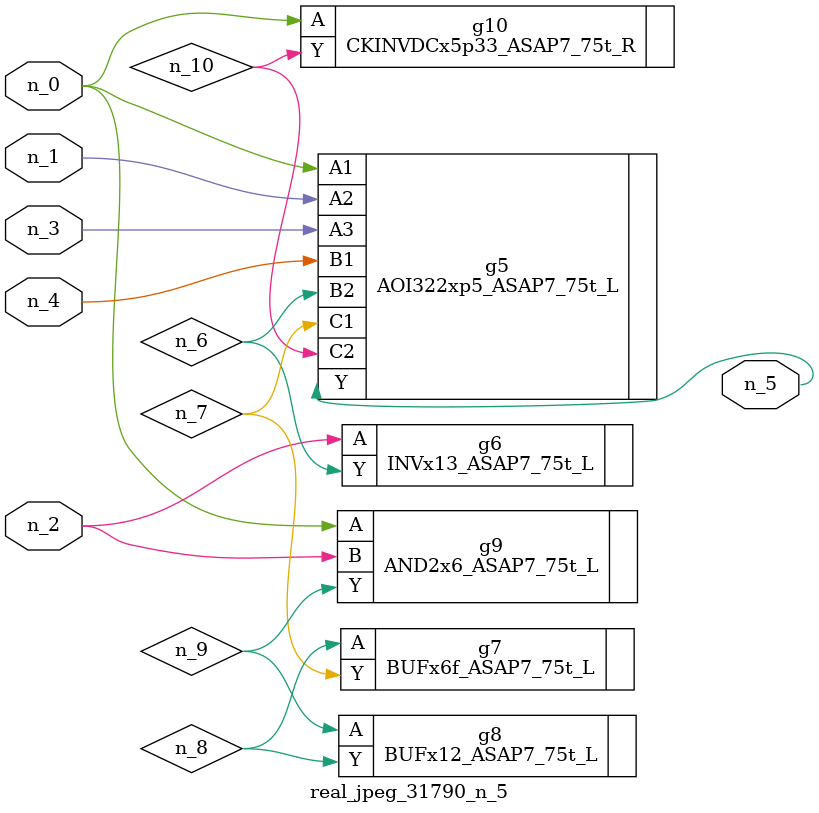
<source format=v>
module real_jpeg_31790_n_5 (n_4, n_0, n_1, n_2, n_3, n_5);

input n_4;
input n_0;
input n_1;
input n_2;
input n_3;

output n_5;

wire n_8;
wire n_6;
wire n_7;
wire n_10;
wire n_9;

AOI322xp5_ASAP7_75t_L g5 ( 
.A1(n_0),
.A2(n_1),
.A3(n_3),
.B1(n_4),
.B2(n_6),
.C1(n_7),
.C2(n_10),
.Y(n_5)
);

AND2x6_ASAP7_75t_L g9 ( 
.A(n_0),
.B(n_2),
.Y(n_9)
);

CKINVDCx5p33_ASAP7_75t_R g10 ( 
.A(n_0),
.Y(n_10)
);

INVx13_ASAP7_75t_L g6 ( 
.A(n_2),
.Y(n_6)
);

BUFx6f_ASAP7_75t_L g7 ( 
.A(n_8),
.Y(n_7)
);

BUFx12_ASAP7_75t_L g8 ( 
.A(n_9),
.Y(n_8)
);


endmodule
</source>
